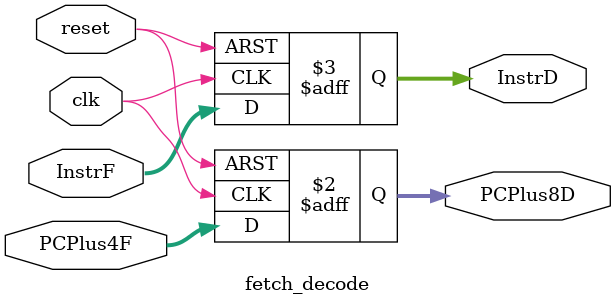
<source format=v>
`timescale 1ns / 1ps

module fetch_decode (
    clk,
    reset,
    PCPlus4F,
    InstrF,
    PCPlus8D,
    InstrD
);

input wire clk;
input wire reset;
input wire [31:0] PCPlus4F;
input wire [31:0] InstrF;
output reg [31:0] PCPlus8D;
output reg [31:0] InstrD;

always @(posedge clk or posedge reset) begin
    if (reset) begin
        PCPlus8D <= 0;
        InstrD <= 0;
    end else begin
        PCPlus8D <= PCPlus4F;
        InstrD <= InstrF;
    end
end

endmodule
</source>
